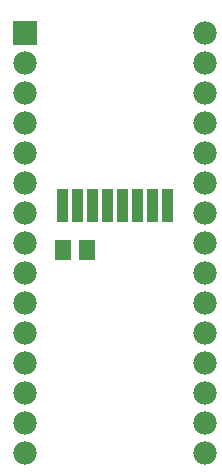
<source format=gts>
G04 Layer: TopSolderMaskLayer*
G04 EasyEDA v6.1.52, Thu, 04 Jul 2019 13:45:13 GMT*
G04 5f4dbd749d0d43b7a9a8e441b0d7f472,88f35c52922c4fbc8d6ac25f651a04fd,10*
G04 Gerber Generator version 0.2*
G04 Scale: 100 percent, Rotated: No, Reflected: No *
G04 Dimensions in millimeters *
G04 leading zeros omitted , absolute positions ,3 integer and 3 decimal *
%FSLAX33Y33*%
%MOMM*%
G90*
G71D02*

%ADD21R,1.363218X1.653210*%
%ADD23C,1.981200*%

%LPD*%
G36*
G01X3962Y23393D02*
G01X3962Y26136D01*
G01X4927Y26136D01*
G01X4927Y23393D01*
G01X3962Y23393D01*
G37*
G36*
G01X5232Y23393D02*
G01X5232Y26136D01*
G01X6197Y26136D01*
G01X6197Y23393D01*
G01X5232Y23393D01*
G37*
G36*
G01X6502Y23393D02*
G01X6502Y26136D01*
G01X7467Y26136D01*
G01X7467Y23393D01*
G01X6502Y23393D01*
G37*
G36*
G01X7772Y23393D02*
G01X7772Y26136D01*
G01X8737Y26136D01*
G01X8737Y23393D01*
G01X7772Y23393D01*
G37*
G36*
G01X9042Y23393D02*
G01X9042Y26136D01*
G01X10007Y26136D01*
G01X10007Y23393D01*
G01X9042Y23393D01*
G37*
G36*
G01X10312Y23393D02*
G01X10312Y26136D01*
G01X11277Y26136D01*
G01X11277Y23393D01*
G01X10312Y23393D01*
G37*
G36*
G01X11582Y23393D02*
G01X11582Y26136D01*
G01X12547Y26136D01*
G01X12547Y23393D01*
G01X11582Y23393D01*
G37*
G36*
G01X12852Y23393D02*
G01X12852Y26136D01*
G01X13817Y26136D01*
G01X13817Y23393D01*
G01X12852Y23393D01*
G37*
G54D21*
G01X4445Y20955D03*
G01X6477Y20955D03*
G36*
G01X279Y38379D02*
G01X279Y40360D01*
G01X2260Y40360D01*
G01X2260Y38379D01*
G01X279Y38379D01*
G37*
G54D23*
G01X1270Y36830D03*
G01X1270Y34290D03*
G01X1270Y31750D03*
G01X1270Y29210D03*
G01X1270Y26670D03*
G01X1270Y24130D03*
G01X1270Y21590D03*
G01X1270Y19050D03*
G01X1270Y16510D03*
G01X1270Y13970D03*
G01X1270Y11430D03*
G01X1270Y8890D03*
G01X1270Y6350D03*
G01X1270Y3810D03*
G01X16510Y39370D03*
G01X16510Y36830D03*
G01X16510Y34290D03*
G01X16510Y31750D03*
G01X16510Y29210D03*
G01X16510Y26670D03*
G01X16510Y24130D03*
G01X16510Y21590D03*
G01X16510Y19050D03*
G01X16510Y16510D03*
G01X16510Y13970D03*
G01X16510Y11430D03*
G01X16510Y8890D03*
G01X16510Y6350D03*
G01X16510Y3810D03*
M00*
M02*

</source>
